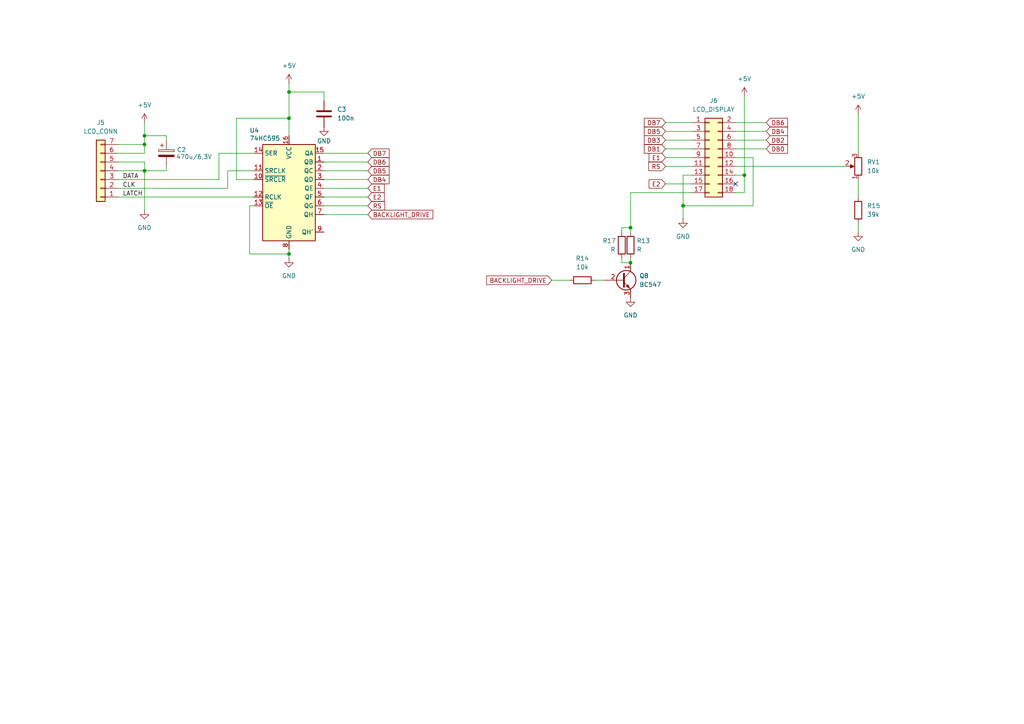
<source format=kicad_sch>
(kicad_sch (version 20231120) (generator "eeschema") (generator_version "8.0")
  (paper "A4")
  (lib_symbols
    (symbol "74xx:74HC595"
      (property "Reference" "U" (at -7.62 13.97 0))
      (property "Value" "74HC595" (at -7.62 -16.51 0))
      (symbol "74HC595_1_0"
        (pin tri_state line (at 10.16 7.62 180) (length 2.54) (name "QB") (number "1"))
        (pin input line (at -10.16 2.54 0) (length 2.54) (name "~{SRCLR}") (number "10"))
        (pin input line (at -10.16 5.08 0) (length 2.54) (name "SRCLK") (number "11"))
        (pin input line (at -10.16 -2.54 0) (length 2.54) (name "RCLK") (number "12"))
        (pin input line (at -10.16 -5.08 0) (length 2.54) (name "~{OE}") (number "13"))
        (pin input line (at -10.16 10.16 0) (length 2.54) (name "SER") (number "14"))
        (pin tri_state line (at 10.16 10.16 180) (length 2.54) (name "QA") (number "15"))
        (pin power_in line (at 0 15.24 270) (length 2.54) (name "VCC") (number "16"))
        (pin tri_state line (at 10.16 5.08 180) (length 2.54) (name "QC") (number "2"))
        (pin tri_state line (at 10.16 2.54 180) (length 2.54) (name "QD") (number "3"))
        (pin tri_state line (at 10.16 0 180) (length 2.54) (name "QE") (number "4"))
        (pin tri_state line (at 10.16 -2.54 180) (length 2.54) (name "QF") (number "5"))
        (pin tri_state line (at 10.16 -5.08 180) (length 2.54) (name "QG") (number "6"))
        (pin tri_state line (at 10.16 -7.62 180) (length 2.54) (name "QH") (number "7"))
        (pin power_in line (at 0 -17.78 90) (length 2.54) (name "GND") (number "8"))
        (pin output line (at 10.16 -12.7 180) (length 2.54) (name "QH'") (number "9"))
      )
      (symbol "74HC595_1_1"
        (rectangle (start -7.62 12.7) (end 7.62 -15.24) (stroke (width 0.254)) (fill (type background)))
      )
    )
    (symbol "Connector_Generic:Conn_01x07" (pin_names (offset 1.016) hide)
      (property "Reference" "J" (at 0 10.16 0))
      (property "Value" "Conn_01x07" (at 0 -10.16 0))
      (symbol "Conn_01x07_1_1"
        (rectangle (start -1.27 -7.493) (end 0 -7.747) (stroke (width 0.1524)))
        (rectangle (start -1.27 -4.953) (end 0 -5.207) (stroke (width 0.1524)))
        (rectangle (start -1.27 -2.413) (end 0 -2.667) (stroke (width 0.1524)))
        (rectangle (start -1.27 0.127) (end 0 -0.127) (stroke (width 0.1524)))
        (rectangle (start -1.27 2.667) (end 0 2.413) (stroke (width 0.1524)))
        (rectangle (start -1.27 5.207) (end 0 4.953) (stroke (width 0.1524)))
        (rectangle (start -1.27 7.747) (end 0 7.493) (stroke (width 0.1524)))
        (rectangle (start -1.27 8.89) (end 1.27 -8.89) (stroke (width 0.254)) (fill (type background)))
        (pin passive line (at -5.08 7.62 0) (length 3.81) (name "Pin_1") (number "1"))
        (pin passive line (at -5.08 5.08 0) (length 3.81) (name "Pin_2") (number "2"))
        (pin passive line (at -5.08 2.54 0) (length 3.81) (name "Pin_3") (number "3"))
        (pin passive line (at -5.08 0 0) (length 3.81) (name "Pin_4") (number "4"))
        (pin passive line (at -5.08 -2.54 0) (length 3.81) (name "Pin_5") (number "5"))
        (pin passive line (at -5.08 -5.08 0) (length 3.81) (name "Pin_6") (number "6"))
        (pin passive line (at -5.08 -7.62 0) (length 3.81) (name "Pin_7") (number "7"))
      )
    )
    (symbol "Connector_Generic:Conn_02x09_Odd_Even" (pin_names (offset 1.016) hide)
      (property "Reference" "J" (at 1.27 12.7 0))
      (property "Value" "Conn_02x09_Odd_Even" (at 1.27 -12.7 0))
      (symbol "Conn_02x09_Odd_Even_1_1"
        (rectangle (start -1.27 -10.033) (end 0 -10.287) (stroke (width 0.1524)))
        (rectangle (start -1.27 -7.493) (end 0 -7.747) (stroke (width 0.1524)))
        (rectangle (start -1.27 -4.953) (end 0 -5.207) (stroke (width 0.1524)))
        (rectangle (start -1.27 -2.413) (end 0 -2.667) (stroke (width 0.1524)))
        (rectangle (start -1.27 0.127) (end 0 -0.127) (stroke (width 0.1524)))
        (rectangle (start -1.27 2.667) (end 0 2.413) (stroke (width 0.1524)))
        (rectangle (start -1.27 5.207) (end 0 4.953) (stroke (width 0.1524)))
        (rectangle (start -1.27 7.747) (end 0 7.493) (stroke (width 0.1524)))
        (rectangle (start -1.27 10.287) (end 0 10.033) (stroke (width 0.1524)))
        (rectangle (start -1.27 11.43) (end 3.81 -11.43) (stroke (width 0.254)) (fill (type background)))
        (rectangle (start 3.81 -10.033) (end 2.54 -10.287) (stroke (width 0.1524)))
        (rectangle (start 3.81 -7.493) (end 2.54 -7.747) (stroke (width 0.1524)))
        (rectangle (start 3.81 -4.953) (end 2.54 -5.207) (stroke (width 0.1524)))
        (rectangle (start 3.81 -2.413) (end 2.54 -2.667) (stroke (width 0.1524)))
        (rectangle (start 3.81 0.127) (end 2.54 -0.127) (stroke (width 0.1524)))
        (rectangle (start 3.81 2.667) (end 2.54 2.413) (stroke (width 0.1524)))
        (rectangle (start 3.81 5.207) (end 2.54 4.953) (stroke (width 0.1524)))
        (rectangle (start 3.81 7.747) (end 2.54 7.493) (stroke (width 0.1524)))
        (rectangle (start 3.81 10.287) (end 2.54 10.033) (stroke (width 0.1524)))
        (pin passive line (at -5.08 10.16 0) (length 3.81) (name "Pin_1") (number "1"))
        (pin passive line (at 7.62 0 180) (length 3.81) (name "Pin_10") (number "10"))
        (pin passive line (at -5.08 -2.54 0) (length 3.81) (name "Pin_11") (number "11"))
        (pin passive line (at 7.62 -2.54 180) (length 3.81) (name "Pin_12") (number "12"))
        (pin passive line (at -5.08 -5.08 0) (length 3.81) (name "Pin_13") (number "13"))
        (pin passive line (at 7.62 -5.08 180) (length 3.81) (name "Pin_14") (number "14"))
        (pin passive line (at -5.08 -7.62 0) (length 3.81) (name "Pin_15") (number "15"))
        (pin passive line (at 7.62 -7.62 180) (length 3.81) (name "Pin_16") (number "16"))
        (pin passive line (at -5.08 -10.16 0) (length 3.81) (name "Pin_17") (number "17"))
        (pin passive line (at 7.62 -10.16 180) (length 3.81) (name "Pin_18") (number "18"))
        (pin passive line (at 7.62 10.16 180) (length 3.81) (name "Pin_2") (number "2"))
        (pin passive line (at -5.08 7.62 0) (length 3.81) (name "Pin_3") (number "3"))
        (pin passive line (at 7.62 7.62 180) (length 3.81) (name "Pin_4") (number "4"))
        (pin passive line (at -5.08 5.08 0) (length 3.81) (name "Pin_5") (number "5"))
        (pin passive line (at 7.62 5.08 180) (length 3.81) (name "Pin_6") (number "6"))
        (pin passive line (at -5.08 2.54 0) (length 3.81) (name "Pin_7") (number "7"))
        (pin passive line (at 7.62 2.54 180) (length 3.81) (name "Pin_8") (number "8"))
        (pin passive line (at -5.08 0 0) (length 3.81) (name "Pin_9") (number "9"))
      )
    )
    (symbol "Device:C" (pin_numbers hide) (pin_names (offset 0.254))
      (property "Reference" "C" (at 0.635 2.54 0))
      (property "Value" "C" (at 0.635 -2.54 0))
      (symbol "C_0_1"
        (polyline (pts (xy -2.032 -0.762) (xy 2.032 -0.762)) (stroke (width 0.508)))
        (polyline (pts (xy -2.032 0.762) (xy 2.032 0.762)) (stroke (width 0.508)))
      )
      (symbol "C_1_1"
        (pin passive line (at 0 3.81 270) (length 2.794) (name "~") (number "1"))
        (pin passive line (at 0 -3.81 90) (length 2.794) (name "~") (number "2"))
      )
    )
    (symbol "Device:C_Polarized" (pin_numbers hide) (pin_names (offset 0.254))
      (property "Reference" "C" (at 0.635 2.54 0))
      (property "Value" "C_Polarized" (at 0.635 -2.54 0))
      (symbol "C_Polarized_0_1"
        (rectangle (start -2.286 0.508) (end 2.286 1.016))
        (polyline (pts (xy -1.778 2.286) (xy -0.762 2.286)))
        (polyline (pts (xy -1.27 2.794) (xy -1.27 1.778)))
        (rectangle (start 2.286 -0.508) (end -2.286 -1.016) (fill (type outline)))
      )
      (symbol "C_Polarized_1_1"
        (pin passive line (at 0 3.81 270) (length 2.794) (name "~") (number "1"))
        (pin passive line (at 0 -3.81 90) (length 2.794) (name "~") (number "2"))
      )
    )
    (symbol "Device:R" (pin_numbers hide) (pin_names (offset 0))
      (property "Reference" "R" (at 2.032 0 90))
      (property "Value" "R" (at 0 0 90))
      (symbol "R_0_1"
        (rectangle (start -1.016 -2.54) (end 1.016 2.54) (stroke (width 0.254)))
      )
      (symbol "R_1_1"
        (pin passive line (at 0 3.81 270) (length 1.27) (name "~") (number "1"))
        (pin passive line (at 0 -3.81 90) (length 1.27) (name "~") (number "2"))
      )
    )
    (symbol "Device:R_Potentiometer" (pin_names (offset 1.016) hide)
      (property "Reference" "RV" (at -4.445 0 90))
      (property "Value" "R_Potentiometer" (at -2.54 0 90))
      (symbol "R_Potentiometer_0_1"
        (polyline (pts (xy 2.54 0) (xy 1.524 0)))
        (polyline (pts (xy 1.143 0) (xy 2.286 0.508) (xy 2.286 -0.508) (xy 1.143 0)) (fill (type outline)))
        (rectangle (start 1.016 2.54) (end -1.016 -2.54) (stroke (width 0.254)))
      )
      (symbol "R_Potentiometer_1_1"
        (pin passive line (at 0 3.81 270) (length 1.27) (name "1") (number "1"))
        (pin passive line (at 3.81 0 180) (length 1.27) (name "2") (number "2"))
        (pin passive line (at 0 -3.81 90) (length 1.27) (name "3") (number "3"))
      )
    )
    (symbol "Transistor_BJT:BC547" (pin_names (offset 0) hide)
      (property "Reference" "Q" (at 5.08 1.905 0))
      (property "Value" "BC547" (at 5.08 0 0))
      (symbol "BC547_0_1"
        (polyline (pts (xy 0 0) (xy 0.635 0)))
        (polyline (pts (xy 0.635 0.635) (xy 2.54 2.54)))
        (polyline (pts (xy 0.635 -0.635) (xy 2.54 -2.54) (xy 2.54 -2.54)))
        (polyline (pts (xy 0.635 1.905) (xy 0.635 -1.905) (xy 0.635 -1.905)) (stroke (width 0.508)))
        (polyline (pts (xy 1.27 -1.778) (xy 1.778 -1.27) (xy 2.286 -2.286) (xy 1.27 -1.778) (xy 1.27 -1.778)) (fill (type outline)))
        (circle (center 1.27 0) (radius 2.8194) (stroke (width 0.254)))
      )
      (symbol "BC547_1_1"
        (pin passive line (at 2.54 5.08 270) (length 2.54) (name "C") (number "1"))
        (pin input line (at -5.08 0 0) (length 5.08) (name "B") (number "2"))
        (pin passive line (at 2.54 -5.08 90) (length 2.54) (name "E") (number "3"))
      )
    )
    (symbol "power:+5V" (power) (pin_numbers hide) (pin_names (offset 0) hide)
      (property "Value" "+5V" (at 0 3.556 0))
      (symbol "+5V_0_1"
        (polyline (pts (xy -0.762 1.27) (xy 0 2.54)))
        (polyline (pts (xy 0 0) (xy 0 2.54)))
        (polyline (pts (xy 0 2.54) (xy 0.762 1.27)))
      )
      (symbol "+5V_1_1"
        (pin power_in line (at 0 0 90) (length 0) (name "~") (number "1"))
      )
    )
    (symbol "power:GND" (power) (pin_numbers hide) (pin_names (offset 0) hide)
      (property "Value" "GND" (at 0 -3.81 0))
      (symbol "GND_0_1"
        (polyline (pts (xy 0 0) (xy 0 -1.27) (xy 1.27 -1.27) (xy 0 -2.54) (xy -1.27 -1.27) (xy 0 -1.27)))
      )
      (symbol "GND_1_1"
        (pin power_in line (at 0 0 270) (length 0) (name "~") (number "1"))
      )
    )
  )
  (junction (at 41.91 41.91))
  (junction (at 41.91 39.37))
  (junction (at 83.82 26.67))
  (junction (at 83.82 34.29))
  (junction (at 41.91 49.53))
  (junction (at 182.88 76.2))
  (junction (at 83.82 73.66))
  (junction (at 198.12 59.69))
  (junction (at 182.88 66.04))
  (junction (at 215.9 50.8))
  (no_connect (at 213.36 53.34))
  (wire (pts (xy 160.02 81.28) (xy 165.1 81.28)))
  (wire (pts (xy 180.34 67.31) (xy 180.34 66.04)))
  (wire (pts (xy 41.91 39.37) (xy 48.26 39.37)))
  (wire (pts (xy 198.12 59.69) (xy 198.12 50.8)))
  (wire (pts (xy 193.04 35.56) (xy 200.66 35.56)))
  (wire (pts (xy 222.25 40.64) (xy 213.36 40.64)))
  (wire (pts (xy 93.98 49.53) (xy 106.68 49.53)))
  (wire (pts (xy 182.88 55.88) (xy 200.66 55.88)))
  (wire (pts (xy 73.66 59.69) (xy 72.39 59.69)))
  (wire (pts (xy 83.82 24.13) (xy 83.82 26.67)))
  (wire (pts (xy 222.25 43.18) (xy 213.36 43.18)))
  (wire (pts (xy 93.98 46.99) (xy 106.68 46.99)))
  (wire (pts (xy 63.5 52.07) (xy 34.29 52.07)))
  (wire (pts (xy 73.66 44.45) (xy 63.5 44.45)))
  (wire (pts (xy 215.9 27.94) (xy 215.9 50.8)))
  (wire (pts (xy 83.82 26.67) (xy 83.82 34.29)))
  (wire (pts (xy 66.04 54.61) (xy 34.29 54.61)))
  (wire (pts (xy 213.36 55.88) (xy 215.9 55.88)))
  (wire (pts (xy 198.12 63.5) (xy 198.12 59.69)))
  (wire (pts (xy 63.5 44.45) (xy 63.5 52.07)))
  (wire (pts (xy 73.66 52.07) (xy 68.58 52.07)))
  (wire (pts (xy 215.9 50.8) (xy 213.36 50.8)))
  (wire (pts (xy 83.82 73.66) (xy 83.82 74.93)))
  (wire (pts (xy 93.98 59.69) (xy 106.68 59.69)))
  (wire (pts (xy 222.25 35.56) (xy 213.36 35.56)))
  (wire (pts (xy 93.98 29.21) (xy 93.98 26.67)))
  (wire (pts (xy 93.98 44.45) (xy 106.68 44.45)))
  (wire (pts (xy 83.82 72.39) (xy 83.82 73.66)))
  (wire (pts (xy 248.92 67.31) (xy 248.92 64.77)))
  (wire (pts (xy 34.29 57.15) (xy 73.66 57.15)))
  (wire (pts (xy 182.88 55.88) (xy 182.88 66.04)))
  (wire (pts (xy 68.58 34.29) (xy 83.82 34.29)))
  (wire (pts (xy 193.04 40.64) (xy 200.66 40.64)))
  (wire (pts (xy 34.29 44.45) (xy 41.91 44.45)))
  (wire (pts (xy 180.34 76.2) (xy 182.88 76.2)))
  (wire (pts (xy 72.39 73.66) (xy 83.82 73.66)))
  (wire (pts (xy 41.91 49.53) (xy 41.91 60.96)))
  (wire (pts (xy 180.34 74.93) (xy 180.34 76.2)))
  (wire (pts (xy 182.88 74.93) (xy 182.88 76.2)))
  (wire (pts (xy 83.82 34.29) (xy 83.82 39.37)))
  (wire (pts (xy 73.66 49.53) (xy 66.04 49.53)))
  (wire (pts (xy 93.98 54.61) (xy 106.68 54.61)))
  (wire (pts (xy 218.44 45.72) (xy 218.44 59.69)))
  (wire (pts (xy 72.39 59.69) (xy 72.39 73.66)))
  (wire (pts (xy 93.98 26.67) (xy 83.82 26.67)))
  (wire (pts (xy 172.72 81.28) (xy 175.26 81.28)))
  (wire (pts (xy 41.91 39.37) (xy 41.91 41.91)))
  (wire (pts (xy 68.58 52.07) (xy 68.58 34.29)))
  (wire (pts (xy 66.04 49.53) (xy 66.04 54.61)))
  (wire (pts (xy 215.9 55.88) (xy 215.9 50.8)))
  (wire (pts (xy 41.91 49.53) (xy 48.26 49.53)))
  (wire (pts (xy 213.36 48.26) (xy 245.11 48.26)))
  (wire (pts (xy 198.12 59.69) (xy 218.44 59.69)))
  (wire (pts (xy 41.91 46.99) (xy 41.91 49.53)))
  (wire (pts (xy 193.04 53.34) (xy 200.66 53.34)))
  (wire (pts (xy 193.04 48.26) (xy 200.66 48.26)))
  (wire (pts (xy 41.91 39.37) (xy 41.91 35.56)))
  (wire (pts (xy 34.29 49.53) (xy 41.91 49.53)))
  (wire (pts (xy 193.04 43.18) (xy 200.66 43.18)))
  (wire (pts (xy 182.88 66.04) (xy 182.88 67.31)))
  (wire (pts (xy 93.98 52.07) (xy 106.68 52.07)))
  (wire (pts (xy 193.04 38.1) (xy 200.66 38.1)))
  (wire (pts (xy 222.25 38.1) (xy 213.36 38.1)))
  (wire (pts (xy 248.92 52.07) (xy 248.92 57.15)))
  (wire (pts (xy 48.26 39.37) (xy 48.26 40.64)))
  (wire (pts (xy 180.34 66.04) (xy 182.88 66.04)))
  (wire (pts (xy 48.26 48.26) (xy 48.26 49.53)))
  (wire (pts (xy 93.98 57.15) (xy 106.68 57.15)))
  (wire (pts (xy 93.98 62.23) (xy 106.68 62.23)))
  (wire (pts (xy 213.36 45.72) (xy 218.44 45.72)))
  (wire (pts (xy 34.29 46.99) (xy 41.91 46.99)))
  (wire (pts (xy 193.04 45.72) (xy 200.66 45.72)))
  (wire (pts (xy 198.12 50.8) (xy 200.66 50.8)))
  (wire (pts (xy 248.92 33.02) (xy 248.92 44.45)))
  (wire (pts (xy 34.29 41.91) (xy 41.91 41.91)))
  (wire (pts (xy 41.91 44.45) (xy 41.91 41.91)))
  (label "DATA" (at 35.56 52.07 0))
  (label "LATCH" (at 35.56 57.15 0))
  (label "CLK" (at 35.56 54.61 0))
  (global_label "DB4" (shape input) (at 106.68 52.07 0) (property "Intersheetrefs" "${INTERSHEET_REFS}" (effects (hide yes))))
  (global_label "E2" (shape input) (at 193.04 53.34 180) (property "Intersheetrefs" "${INTERSHEET_REFS}" (effects (hide yes))))
  (global_label "DB6" (shape input) (at 106.68 46.99 0) (property "Intersheetrefs" "${INTERSHEET_REFS}" (effects (hide yes))))
  (global_label "RS" (shape input) (at 193.04 48.26 180) (property "Intersheetrefs" "${INTERSHEET_REFS}" (effects (hide yes))))
  (global_label "BACKLIGHT_DRIVE" (shape input) (at 160.02 81.28 180) (property "Intersheetrefs" "${INTERSHEET_REFS}" (effects (hide yes))))
  (global_label "DB6" (shape input) (at 222.25 35.56 0) (property "Intersheetrefs" "${INTERSHEET_REFS}" (effects (hide yes))))
  (global_label "E1" (shape input) (at 106.68 54.61 0) (property "Intersheetrefs" "${INTERSHEET_REFS}" (effects (hide yes))))
  (global_label "DB7" (shape input) (at 106.68 44.45 0) (property "Intersheetrefs" "${INTERSHEET_REFS}" (effects (hide yes))))
  (global_label "DB5" (shape input) (at 106.68 49.53 0) (property "Intersheetrefs" "${INTERSHEET_REFS}" (effects (hide yes))))
  (global_label "DB2" (shape input) (at 222.25 40.64 0) (property "Intersheetrefs" "${INTERSHEET_REFS}" (effects (hide yes))))
  (global_label "RS" (shape input) (at 106.68 59.69 0) (property "Intersheetrefs" "${INTERSHEET_REFS}" (effects (hide yes))))
  (global_label "DB1" (shape input) (at 193.04 43.18 180) (property "Intersheetrefs" "${INTERSHEET_REFS}" (effects (hide yes))))
  (global_label "E1" (shape input) (at 193.04 45.72 180) (property "Intersheetrefs" "${INTERSHEET_REFS}" (effects (hide yes))))
  (global_label "DB4" (shape input) (at 222.25 38.1 0) (property "Intersheetrefs" "${INTERSHEET_REFS}" (effects (hide yes))))
  (global_label "DB7" (shape input) (at 193.04 35.56 180) (property "Intersheetrefs" "${INTERSHEET_REFS}" (effects (hide yes))))
  (global_label "BACKLIGHT_DRIVE" (shape input) (at 106.68 62.23 0) (property "Intersheetrefs" "${INTERSHEET_REFS}" (effects (hide yes))))
  (global_label "DB5" (shape input) (at 193.04 38.1 180) (property "Intersheetrefs" "${INTERSHEET_REFS}" (effects (hide yes))))
  (global_label "DB0" (shape input) (at 222.25 43.18 0) (property "Intersheetrefs" "${INTERSHEET_REFS}" (effects (hide yes))))
  (global_label "E2" (shape input) (at 106.68 57.15 0) (property "Intersheetrefs" "${INTERSHEET_REFS}" (effects (hide yes))))
  (global_label "DB3" (shape input) (at 193.04 40.64 180) (property "Intersheetrefs" "${INTERSHEET_REFS}" (effects (hide yes))))
  (symbol (lib_id "power:GND") (at 182.88 86.36 0) (unit 1)
    (property "Reference" "#PWR012" (effects (hide yes)))
    (property "Value" "GND" (at 182.88 91.44 0))
    (property "Description" "Power symbol creates a global label with name \"GND\" , ground" (effects (hide yes)))
  )
  (symbol (lib_id "power:+5V") (at 248.92 33.02 0) (unit 1)
    (property "Reference" "#PWR014" (effects (hide yes)))
    (property "Value" "+5V" (at 248.92 27.94 0))
    (property "Description" "Power symbol creates a global label with name \"+5V\"" (effects (hide yes)))
  )
  (symbol (lib_id "74xx:74HC595") (at 83.82 54.61 0) (unit 1)
    (property "Reference" "U4" (at 72.39 37.846 0) (effects (justify left)))
    (property "Value" "74HC595" (at 72.39 40.132 0) (effects (justify left)))
    (property "Datasheet" "http://www.ti.com/lit/ds/symlink/sn74hc595.pdf" (effects (hide yes)))
    (property "Description" "8-bit serial in/out Shift Register 3-State Outputs" (effects (hide yes)))
  )
  (symbol (lib_id "Connector_Generic:Conn_02x09_Odd_Even") (at 205.74 45.72 0) (unit 1)
    (property "Reference" "J6" (at 207.01 29.21 0))
    (property "Value" "LCD_DISPLAY" (at 207.01 31.75 0))
    (property "Description" "Generic connector, double row, 02x09, odd/even pin numbering scheme (row 1 odd numbers, row 2 even numbers), script generated (kicad-library-utils/schlib/autogen/connector/)" (effects (hide yes)))
  )
  (symbol (lib_id "power:GND") (at 198.12 63.5 0) (unit 1)
    (property "Reference" "#PWR09" (effects (hide yes)))
    (property "Value" "GND" (at 198.12 68.58 0))
    (property "Description" "Power symbol creates a global label with name \"GND\" , ground" (effects (hide yes)))
  )
  (symbol (lib_id "Device:R_Potentiometer") (at 248.92 48.26 180) (unit 1)
    (property "Reference" "RV1" (at 251.46 46.9899 0) (effects (justify right)))
    (property "Value" "10k" (at 251.46 49.5299 0) (effects (justify right)))
    (property "Footprint" "Resistor_SMD:R_0805_2012Metric" (effects (hide yes)))
    (property "Description" "Potentiometer" (effects (hide yes)))
  )
  (symbol (lib_id "power:+5V") (at 215.9 27.94 0) (unit 1)
    (property "Reference" "#PWR08" (effects (hide yes)))
    (property "Value" "+5V" (at 215.9 22.86 0))
    (property "Description" "Power symbol creates a global label with name \"+5V\"" (effects (hide yes)))
  )
  (symbol (lib_id "Transistor_BJT:BC547") (at 180.34 81.28 0) (unit 1)
    (property "Reference" "Q8" (at 185.42 80.0099 0) (effects (justify left)))
    (property "Value" "BC547" (at 185.42 82.5499 0) (effects (justify left)))
    (property "Footprint" "Package_TO_SOT_THT:TO-92_Inline" (effects (hide yes)))
    (property "Datasheet" "https://www.onsemi.com/pub/Collateral/BC550-D.pdf" (effects (hide yes)))
    (property "Description" "0.1A Ic, 45V Vce, Small Signal NPN Transistor, TO-92" (effects (hide yes)))
  )
  (symbol (lib_id "power:+5V") (at 83.82 24.13 0) (unit 1)
    (property "Reference" "#PWR011" (effects (hide yes)))
    (property "Value" "+5V" (at 83.82 19.05 0))
    (property "Description" "Power symbol creates a global label with name \"+5V\"" (effects (hide yes)))
  )
  (symbol (lib_id "Device:R") (at 168.91 81.28 90) (unit 1)
    (property "Reference" "R14" (at 168.91 74.93 90))
    (property "Value" "10k" (at 168.91 77.47 90))
    (property "Footprint" "Resistor_SMD:R_0805_2012Metric" (effects (hide yes)))
    (property "Description" "Resistor" (effects (hide yes)))
  )
  (symbol (lib_id "power:GND") (at 248.92 67.31 0) (unit 1)
    (property "Reference" "#PWR013" (effects (hide yes)))
    (property "Value" "GND" (at 248.92 72.39 0))
    (property "Description" "Power symbol creates a global label with name \"GND\" , ground" (effects (hide yes)))
  )
  (symbol (lib_id "power:+5V") (at 41.91 35.56 0) (unit 1)
    (property "Reference" "#PWR015" (effects (hide yes)))
    (property "Value" "+5V" (at 41.91 30.48 0))
    (property "Description" "Power symbol creates a global label with name \"+5V\"" (effects (hide yes)))
  )
  (symbol (lib_id "Device:R") (at 182.88 71.12 0) (unit 1)
    (property "Reference" "R13" (at 184.658 69.85 0) (effects (justify left)))
    (property "Value" "R" (at 184.658 72.39 0) (effects (justify left)))
    (property "Footprint" "Resistor_SMD:R_0805_2012Metric" (effects (hide yes)))
    (property "Description" "Resistor" (effects (hide yes)))
  )
  (symbol (lib_id "Device:R") (at 180.34 71.12 0) (unit 1)
    (property "Reference" "R17" (at 174.752 69.85 0) (effects (justify left)))
    (property "Value" "R" (at 177.038 72.39 0) (effects (justify left)))
    (property "Footprint" "Resistor_SMD:R_0805_2012Metric" (effects (hide yes)))
    (property "Description" "Resistor" (effects (hide yes)))
  )
  (symbol (lib_id "Device:C") (at 93.98 33.02 0) (unit 1)
    (property "Reference" "C3" (at 97.79 31.7499 0) (effects (justify left)))
    (property "Value" "100n" (at 97.79 34.2899 0) (effects (justify left)))
    (property "Description" "Unpolarized capacitor" (effects (hide yes)))
  )
  (symbol (lib_id "power:GND") (at 83.82 74.93 0) (unit 1)
    (property "Reference" "#PWR010" (effects (hide yes)))
    (property "Value" "GND" (at 83.82 80.01 0))
    (property "Description" "Power symbol creates a global label with name \"GND\" , ground" (effects (hide yes)))
  )
  (symbol (lib_id "power:GND") (at 93.98 36.83 0) (unit 1)
    (property "Reference" "#PWR017" (effects (hide yes)))
    (property "Value" "GND" (at 93.98 40.894 0))
    (property "Description" "Power symbol creates a global label with name \"GND\" , ground" (effects (hide yes)))
  )
  (symbol (lib_id "Device:R") (at 248.92 60.96 0) (unit 1)
    (property "Reference" "R15" (at 251.46 59.6899 0) (effects (justify left)))
    (property "Value" "39k" (at 251.46 62.2299 0) (effects (justify left)))
    (property "Footprint" "Resistor_SMD:R_0805_2012Metric" (effects (hide yes)))
    (property "Description" "Resistor" (effects (hide yes)))
  )
  (symbol (lib_id "Device:C_Polarized") (at 48.26 44.45 0) (unit 1)
    (property "Reference" "C2" (at 51.308 43.434 0) (effects (justify left)))
    (property "Value" "470u/6,3V" (at 51.054 45.466 0) (effects (justify left)))
    (property "Description" "Polarized capacitor" (effects (hide yes)))
  )
  (symbol (lib_id "power:GND") (at 41.91 60.96 0) (unit 1)
    (property "Reference" "#PWR016" (effects (hide yes)))
    (property "Value" "GND" (at 41.91 66.04 0))
    (property "Description" "Power symbol creates a global label with name \"GND\" , ground" (effects (hide yes)))
  )
  (symbol (lib_id "Connector_Generic:Conn_01x07") (at 29.21 49.53 180) (unit 1)
    (property "Reference" "J5" (at 29.21 35.56 0))
    (property "Value" "LCD_CONN" (at 29.21 38.1 0))
    (property "Description" "Generic connector, single row, 01x07, script generated (kicad-library-utils/schlib/autogen/connector/)" (effects (hide yes)))
  )
)
</source>
